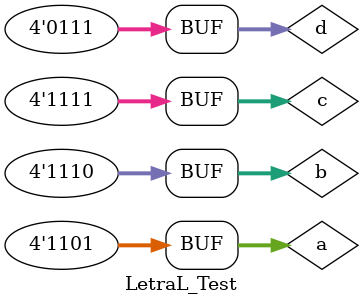
<source format=v>
/*
-------------------------------------
PUC-Minas - Ciência da Computação 
ARQ1  Extra01
Entrega: 30/09/2011
Mateus Augusto Moraes Ferreira   Matricula:435669
------------------------------------- 
Atividade: Correçao Prova de ARQ1 
------------------------------------------------
l. ) montar a descrição por portas do Verilog do 
módulo capaz de calcular s0, usando entradas e 
saídas múltiplas (em Little Endian)
------------------------------------------------
*/

module LetraL (output s0, input a, input b,
               input c, input d);



wire anot,bnot;
wire w1,w2;

not not1 (anot,a);
not not2 (bnot,b);

and and1 (w1,bnot,d);
or  or1  (w2,w1,c);
and and2 (s0,anot,w2);


endmodule//LetraL

module LetraL_4B (output [3:0] s0, input [3:0] a, input [3:0] b,
                  input [3:0] c, input [3:0] d);

LetraL teste0 (s0[0],a[0],b[0],c[0],d[0]);
LetraL teste1 (s0[1],a[1],b[1],c[1],d[1]);
LetraL teste2 (s0[2],a[2],b[2],c[2],d[2]);
LetraL teste3 (s0[3],a[3],b[3],c[3],d[3]);

endmodule//LetraL_4B

module LetraL_Test;

reg [3:0] a,b,c,d;
wire [3:0] s0;

LetraL_4B teste0 (s0,a,b,c,d);

initial begin
$display("Correcao Prova ARQ1 - Letra l.)");
$display("Mateus Augusto Moraes Ferreira Matricula:435669");
$display("  a    b    c    d    s0");

a=4'b0000; b=4'b0000; c=4'b0000; d=4'b0000;

$monitor("%b %b %b %b  %b",a,b,c,d,s0);
#1 a=4'b0001; b=4'b0000; c=4'b0000; d=4'b0001;
#1 a=4'b0101; b=4'b0110; c=4'b0111; d=4'b1000;
#1 a=4'b1001; b=4'b1010; c=4'b1011; d=4'b1100;
#1 a=4'b1101; b=4'b1110; c=4'b1111; d=4'b0111;

end
endmodule//LetraL_Test
				
</source>
